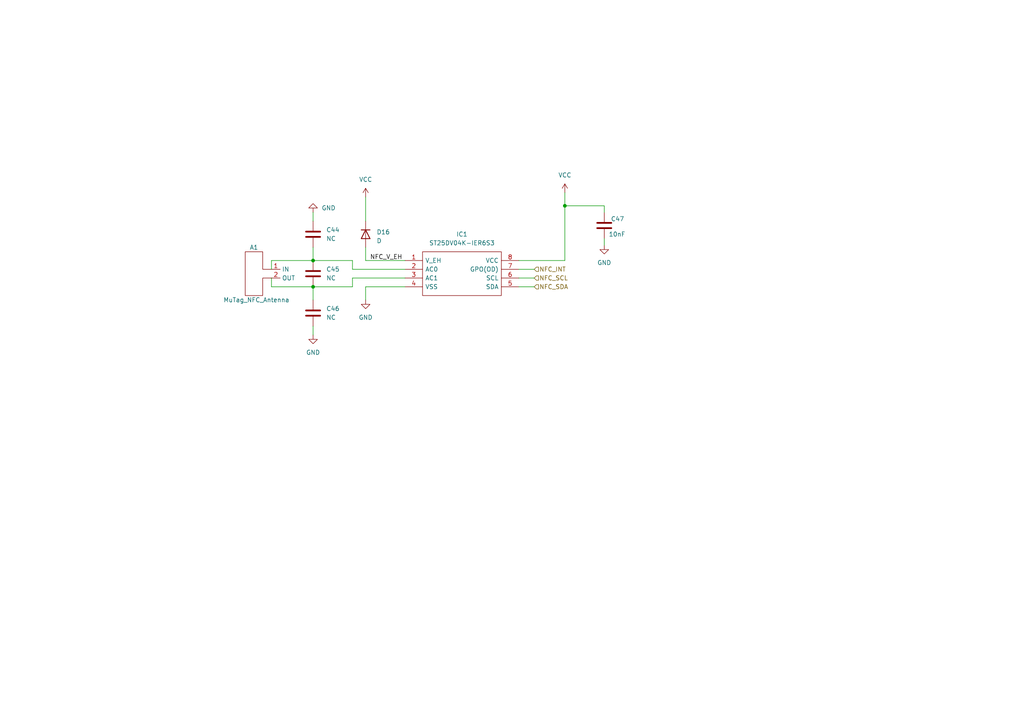
<source format=kicad_sch>
(kicad_sch (version 20230121) (generator eeschema)
  (paper "A4")
  (lib_symbols
    (symbol "Device:C" (pin_numbers hide) (pin_names (offset 0.254))
      (property "Reference" "C" (at 0.635 2.54 0))
      (property "Value" "C" (at 0.635 -2.54 0))
      (symbol "C_0_1"
        (polyline (pts (xy -2.032 -0.762) (xy 2.032 -0.762)) (stroke (width 0.508)))
        (polyline (pts (xy -2.032 0.762) (xy 2.032 0.762)) (stroke (width 0.508)))
      )
      (symbol "C_1_1"
        (pin passive line (at 0 3.81 270) (length 2.794) (name "~") (number "1"))
        (pin passive line (at 0 -3.81 90) (length 2.794) (name "~") (number "2"))
      )
    )
    (symbol "Device:D" (pin_numbers hide) (pin_names (offset 1.016) hide)
      (property "Reference" "D" (at 0 2.54 0))
      (property "Value" "D" (at 0 -2.54 0))
      (symbol "D_0_1"
        (polyline (pts (xy -1.27 1.27) (xy -1.27 -1.27)) (stroke (width 0.254)))
        (polyline (pts (xy 1.27 0) (xy -1.27 0)))
        (polyline (pts (xy 1.27 1.27) (xy 1.27 -1.27) (xy -1.27 0) (xy 1.27 1.27)) (stroke (width 0.254)))
      )
      (symbol "D_1_1"
        (pin passive line (at -3.81 0 0) (length 2.54) (name "K") (number "1"))
        (pin passive line (at 3.81 0 180) (length 2.54) (name "A") (number "2"))
      )
    )
    (symbol "MySymbols:MuTag_NFC_Antenna"
      (property "Reference" "A" (at 0 7.62 0))
      (property "Value" "MuTag_NFC_Antenna" (at 0 -8.89 0))
      (symbol "MuTag_NFC_Antenna_0_1"
        (polyline (pts (xy 2.54 -2.54) (xy 0 -2.54) (xy 0 -7.62) (xy -5.08 -7.62) (xy -5.08 5.08) (xy 0 5.08) (xy 0 0) (xy 2.54 0)))
      )
      (symbol "MuTag_NFC_Antenna_1_1"
        (pin bidirectional line (at 2.54 0 0) (length 2.54) (name "IN") (number "1"))
        (pin bidirectional line (at 2.54 -2.54 0) (length 2.54) (name "OUT") (number "2"))
      )
    )
    (symbol "ST25DV04K-IER6S3:ST25DV04K-IER6S3" (pin_names (offset 0.762))
      (property "Reference" "IC" (at 29.21 7.62 0))
      (property "Value" "ST25DV04K-IER6S3" (at 29.21 5.08 0))
      (symbol "ST25DV04K-IER6S3_0_0"
        (pin passive line (at 0 0 0) (length 5.08) (name "V_EH") (number "1"))
        (pin passive line (at 0 -2.54 0) (length 5.08) (name "AC0") (number "2"))
        (pin passive line (at 0 -5.08 0) (length 5.08) (name "AC1") (number "3"))
        (pin passive line (at 0 -7.62 0) (length 5.08) (name "VSS") (number "4"))
        (pin passive line (at 33.02 -7.62 180) (length 5.08) (name "SDA") (number "5"))
        (pin passive line (at 33.02 -5.08 180) (length 5.08) (name "SCL") (number "6"))
        (pin passive line (at 33.02 -2.54 180) (length 5.08) (name "GPO(OD)") (number "7"))
        (pin passive line (at 33.02 0 180) (length 5.08) (name "VCC") (number "8"))
      )
      (symbol "ST25DV04K-IER6S3_0_1"
        (polyline (pts (xy 5.08 2.54) (xy 27.94 2.54) (xy 27.94 -10.16) (xy 5.08 -10.16) (xy 5.08 2.54)) (stroke (width 0.1524)))
      )
    )
    (symbol "power:GND" (power) (pin_names (offset 0))
      (property "Value" "GND" (at 0 -3.81 0))
      (symbol "GND_0_1"
        (polyline (pts (xy 0 0) (xy 0 -1.27) (xy 1.27 -1.27) (xy 0 -2.54) (xy -1.27 -1.27) (xy 0 -1.27)))
      )
      (symbol "GND_1_1"
        (pin power_in line (at 0 0 270) (length 0) hide (name "GND") (number "1"))
      )
    )
    (symbol "power:VCC" (power) (pin_names (offset 0))
      (property "Value" "VCC" (at 0 3.81 0))
      (symbol "VCC_0_1"
        (polyline (pts (xy -0.762 1.27) (xy 0 2.54)))
        (polyline (pts (xy 0 0) (xy 0 2.54)))
        (polyline (pts (xy 0 2.54) (xy 0.762 1.27)))
      )
      (symbol "VCC_1_1"
        (pin power_in line (at 0 0 90) (length 0) hide (name "VCC") (number "1"))
      )
    )
  )
  (junction (at 163.83 59.69))
  (junction (at 90.805 75.565))
  (junction (at 90.805 83.185))
  (wire (pts (xy 78.74 75.565) (xy 90.805 75.565)))
  (wire (pts (xy 117.475 80.645) (xy 102.235 80.645)))
  (wire (pts (xy 78.74 83.185) (xy 90.805 83.185)))
  (wire (pts (xy 90.805 83.185) (xy 102.235 83.185)))
  (wire (pts (xy 163.83 59.69) (xy 175.26 59.69)))
  (wire (pts (xy 90.805 94.615) (xy 90.805 97.155)))
  (wire (pts (xy 102.235 80.645) (xy 102.235 83.185)))
  (wire (pts (xy 163.83 59.69) (xy 163.83 75.565)))
  (wire (pts (xy 78.74 78.105) (xy 78.74 75.565)))
  (wire (pts (xy 175.26 69.215) (xy 175.26 71.12)))
  (wire (pts (xy 106.045 57.15) (xy 106.045 64.135)))
  (wire (pts (xy 150.495 80.645) (xy 154.94 80.645)))
  (wire (pts (xy 90.805 61.595) (xy 90.805 64.135)))
  (wire (pts (xy 150.495 78.105) (xy 154.94 78.105)))
  (wire (pts (xy 106.045 75.565) (xy 117.475 75.565)))
  (wire (pts (xy 106.045 83.185) (xy 106.045 86.995)))
  (wire (pts (xy 78.74 80.645) (xy 78.74 83.185)))
  (wire (pts (xy 106.045 71.755) (xy 106.045 75.565)))
  (wire (pts (xy 150.495 83.185) (xy 154.94 83.185)))
  (wire (pts (xy 102.235 75.565) (xy 102.235 78.105)))
  (wire (pts (xy 175.26 59.69) (xy 175.26 61.595)))
  (wire (pts (xy 90.805 75.565) (xy 102.235 75.565)))
  (wire (pts (xy 90.805 83.185) (xy 90.805 86.995)))
  (wire (pts (xy 106.045 83.185) (xy 117.475 83.185)))
  (wire (pts (xy 163.83 55.88) (xy 163.83 59.69)))
  (wire (pts (xy 90.805 71.755) (xy 90.805 75.565)))
  (wire (pts (xy 163.83 75.565) (xy 150.495 75.565)))
  (wire (pts (xy 102.235 78.105) (xy 117.475 78.105)))
  (label "NFC_V_EH" (at 107.315 75.565 0))
  (hierarchical_label "NFC_SCL" (shape input) (at 154.94 80.645 0))
  (hierarchical_label "NFC_SDA" (shape input) (at 154.94 83.185 0))
  (hierarchical_label "NFC_INT" (shape input) (at 154.94 78.105 0))
  (symbol (lib_id "ST25DV04K-IER6S3:ST25DV04K-IER6S3") (at 117.475 75.565 0) (unit 1)
    (property "Reference" "IC1" (at 133.985 67.945 0))
    (property "Value" "ST25DV04K-IER6S3" (at 133.985 70.485 0))
    (property "Footprint" "SOIC127P600X175-8N" (effects hide))
    (property "Datasheet" "https://ms.componentsearchengine.com/Datasheets/2/ST25DV04K-IER6S3.pdf" (effects hide))
    (property "Description" "STMICROELECTRONICS - ST25DV04K-IER6S3 - RFID/NFC IC, 13.553 MHz to 13.567 MHz, Read, Write, 4Kbit, I2C, 1.8 V to 5.5 V, SOIC-8" (effects hide))
    (property "Height" "1.75" (effects hide))
    (property "Manufacturer_Name" "STMicroelectronics" (effects hide))
    (property "Manufacturer_Part_Number" "ST25DV04K-IER6S3" (effects hide))
    (property "Mouser Part Number" "511-ST25DV04K-IER6S3" (effects hide))
    (property "Mouser Price/Stock" "https://www.mouser.co.uk/ProductDetail/STMicroelectronics/ST25DV04K-IER6S3?qs=xjeEZJU9OeNdtP1j9447OQ%3D%3D" (effects hide))
    (property "Arrow Part Number" "ST25DV04K-IER6S3" (effects hide))
    (property "Arrow Price/Stock" "https://www.arrow.com/en/products/st25dv04k-ier6s3/stmicroelectronics?region=nac" (effects hide))
    (instances (project "Badge" (path "" (reference "IC1") (unit 1)) (path "" (reference "IC2") (unit 1))) (project "MuTag" (path "" (reference "IC1") (unit 1))))
  )
  (symbol (lib_id "power:VCC") (at 106.045 57.15 0) (unit 1)
    (property "Reference" "#PWR053" (effects hide))
    (property "Value" "VCC" (at 106.045 52.07 0))
    (instances (project "Badge" (path "" (reference "#PWR053") (unit 1)) (path "" (reference "#PWR062") (unit 1))) (project "MuTag" (path "" (reference "#PWR02") (unit 1))))
  )
  (symbol (lib_id "Device:C") (at 90.805 90.805 0) (unit 1)
    (property "Reference" "C46" (at 94.615 89.5349 0) (effects (justify left)))
    (property "Value" "NC" (at 94.615 92.0749 0) (effects (justify left)))
    (property "Footprint" "Capacitor_SMD:C_0402_1005Metric" (effects hide))
    (instances (project "Badge" (path "" (reference "C46") (unit 1)) (path "" (reference "C50") (unit 1))) (project "MuTag" (path "" (reference "C3") (unit 1))))
  )
  (symbol (lib_id "power:GND") (at 90.805 61.595 180) (unit 1)
    (property "Reference" "#PWR018" (effects hide))
    (property "Value" "GND" (at 93.2606 60.3249 0) (effects (justify right)))
    (instances (project "Badge" (path "" (reference "#PWR018") (unit 1)) (path "" (reference "#PWR060") (unit 1))) (project "MuTag" (path "" (reference "#PWR0101") (unit 1))))
  )
  (symbol (lib_id "power:GND") (at 90.805 97.155 0) (unit 1)
    (property "Reference" "#PWR047" (effects hide))
    (property "Value" "GND" (at 90.805 102.235 0))
    (instances (project "Badge" (path "" (reference "#PWR047") (unit 1)) (path "" (reference "#PWR061") (unit 1))) (project "MuTag" (path "" (reference "#PWR0110") (unit 1))))
  )
  (symbol (lib_id "Device:C") (at 90.805 79.375 0) (unit 1)
    (property "Reference" "C45" (at 94.615 78.1049 0) (effects (justify left)))
    (property "Value" "NC" (at 94.615 80.6449 0) (effects (justify left)))
    (property "Footprint" "Capacitor_SMD:C_0402_1005Metric" (effects hide))
    (instances (project "Badge" (path "" (reference "C45") (unit 1)) (path "" (reference "C49") (unit 1))) (project "MuTag" (path "" (reference "C2") (unit 1))))
  )
  (symbol (lib_id "power:GND") (at 175.26 71.12 0) (unit 1)
    (property "Reference" "#PWR056" (effects hide))
    (property "Value" "GND" (at 175.26 76.2 0))
    (instances (project "Badge" (path "" (reference "#PWR056") (unit 1)) (path "" (reference "#PWR065") (unit 1))) (project "MuTag" (path "" (reference "#PWR0114") (unit 1))))
  )
  (symbol (lib_id "power:GND") (at 106.045 86.995 0) (unit 1)
    (property "Reference" "#PWR054" (effects hide))
    (property "Value" "GND" (at 106.045 92.075 0))
    (instances (project "Badge" (path "" (reference "#PWR054") (unit 1)) (path "" (reference "#PWR063") (unit 1))) (project "MuTag" (path "" (reference "#PWR0107") (unit 1))))
  )
  (symbol (lib_id "MySymbols:MuTag_NFC_Antenna") (at 76.2 78.105 0) (unit 1)
    (property "Reference" "A1" (at 72.39 71.755 0) (effects (justify left)))
    (property "Value" "MuTag_NFC_Antenna" (at 64.77 86.995 0) (effects (justify left)))
  )
  (symbol (lib_id "Device:D") (at 106.045 67.945 270) (unit 1)
    (property "Reference" "D16" (at 109.22 67.31 90) (effects (justify left)))
    (property "Value" "D" (at 109.22 69.85 90) (effects (justify left)))
    (property "Footprint" "Diode_SMD:D_SOD-123F" (effects hide))
    (instances (project "Badge" (path "" (reference "D16") (unit 1)) (path "" (reference "D17") (unit 1))) (project "MuTag" (path "" (reference "D3") (unit 1))))
  )
  (symbol (lib_id "Device:C") (at 175.26 65.405 0) (unit 1)
    (property "Reference" "C47" (at 177.165 63.5 0) (effects (justify left)))
    (property "Value" "10nF" (at 176.53 67.945 0) (effects (justify left)))
    (property "Footprint" "Capacitor_SMD:C_0402_1005Metric" (effects hide))
    (instances (project "Badge" (path "" (reference "C47") (unit 1)) (path "" (reference "C51") (unit 1))) (project "MuTag" (path "" (reference "C10") (unit 1))))
  )
  (symbol (lib_id "power:VCC") (at 163.83 55.88 0) (unit 1)
    (property "Reference" "#PWR055" (effects hide))
    (property "Value" "VCC" (at 163.83 50.8 0))
    (instances (project "Badge" (path "" (reference "#PWR055") (unit 1)) (path "" (reference "#PWR064") (unit 1))) (project "MuTag" (path "" (reference "#PWR0105") (unit 1))))
  )
  (symbol (lib_id "Device:C") (at 90.805 67.945 0) (unit 1)
    (property "Reference" "C44" (at 94.615 66.6749 0) (effects (justify left)))
    (property "Value" "NC" (at 94.615 69.2149 0) (effects (justify left)))
    (property "Footprint" "Capacitor_SMD:C_0402_1005Metric" (effects hide))
    (instances (project "Badge" (path "" (reference "C44") (unit 1)) (path "" (reference "C48") (unit 1))) (project "MuTag" (path "" (reference "C1") (unit 1))))
  )
)
</source>
